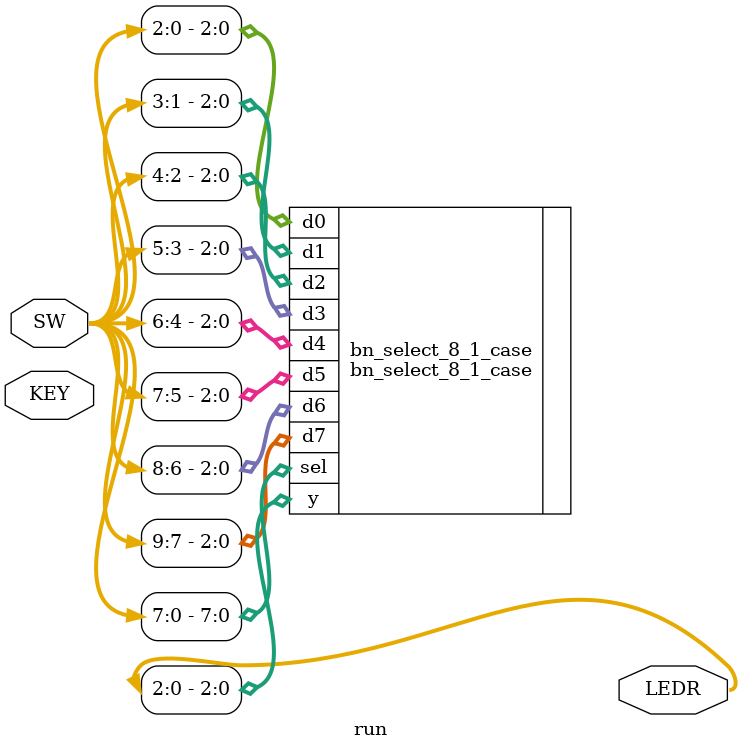
<source format=v>
module run
(
    input   [ 1:0]  KEY,
    input   [ 9:0]  SW,
    output  [ 9:0]  LEDR
);

	//z2

//    b2_mux_2_1_sel b2_mux_2_1_sel(.d0(SW[1:0]),.d1(SW[3:2]),.sel(KEY[0]),.y(LEDR[1:0]));
//    b2_mux_2_1_if b2_mux_2_1_if(.d0(SW[1:0]),.d1(SW[3:2]),.sel(KEY[0]),.y(LEDR[3:2]));
//	 	b2_mux_2_1_case b2_mux_2_1_case(.d0(SW[1:0]),.d1(SW[3:2]),.sel(KEY[0]),.y(LEDR[3:2]));
//    b2_mux_2_1_comb_correct1 b2_mux_2_1_comb_correct1(.d0(SW[1:0]),.d1(SW[3:2]),.sel(KEY[0]),.y(LEDR[5:4]));
//    b2_mux_2_1_comb_correct2 b2_mux_2_1_comb_correct2(.d0(SW[1:0]),.d1(SW[3:2]),.sel(KEY[0]),.y(LEDR[7:6]));
//    b2_mux_2_1_comb_incorrect b2_mux_2_1_comb_incorrect(.d0(SW[1:0]),.d1(SW[3:2]),.sel(KEY[0]),.y(LEDR[9:8]));
//    
	//z3
	
//		b2_mux_4_1_case b2_mux_4_1_case(.d0(SW[1:0]),.d1(SW[3:2]),.d2(SW[5:4]),.d3(SW[7:6]),.sel(KEY[1:0]),.y(LEDR[1:0]));
//    b2_mux_4_1_sel b2_mux_4_1_sel(.d0(SW[1:0]),.d1(SW[3:2]),.d2(SW[5:4]),.d3(SW[7:6]),.sel(KEY[1:0]),.y(LEDR[3:2]));
//    b2_mux_4_1_block b2_mux_4_1_block(.d0(SW[1:0]),.d1(SW[3:2]),.d2(SW[5:4]),.d3(SW[7:6]),.sel(KEY[1:0]),.y(LEDR[5:4]));
//    b2_mux_4_1_block_alt b2_mux_4_1_block_alt(.d0(SW[1:0]),.d1(SW[3:2]),.d2(SW[5:4]),.d3(SW[7:6]),.sel(KEY[1:0]),.y(LEDR[7:6]));


	//z4
	
//		b2_mux_3_1_case_latch b2_mux_3_1_case_latch(.d0(SW[1:0]),.d1(SW[3:2]),.d2(SW[5:4]),.sel(KEY[1:0]),.y(LEDR[1:0]));
//		b2_mux_3_1_case_correct b2_mux_3_1_case_correct(.d0(SW[1:0]),.d1(SW[3:2]),.d2(SW[5:4]),.sel(KEY[1:0]),.y(LEDR[3:2]));
//		b2_mux_3_1_casex_correct b2_mux_3_1_casex_correct(.d0(SW[1:0]),.d1(SW[3:2]),.d2(SW[5:4]),.sel(KEY[1:0]),.y(LEDR[5:4]));
//		b2_mux_3_1_if_latch b2_mux_3_1_if_latch(.d0(SW[1:0]),.d1(SW[3:2]),.d2(SW[5:4]),.sel(KEY[1:0]),.y(LEDR[1:0]));
//		b2_mux_3_1_if_correct b2_mux_3_1_if_correct(.d0(SW[1:0]),.d1(SW[3:2]),.d2(SW[5:4]),.sel(KEY[1:0]),.y(LEDR[1:0]));
//		b2_mux_3_1_ifx_correct b2_mux_3_1_ifx_correct(.d0(SW[1:0]),.d1(SW[3:2]),.d2(SW[5:4]),.sel(KEY[1:0]),.y(LEDR[1:0]));

	//z5
	
//		b1_func_8_1_case b1_func_8_1_case(.sel(SW[2:0]),.y(LEDR[0]));
		
	//z7
	
		bn_select_8_1_case #(3) bn_select_8_1_case (.d0(SW[2:0]), .d1(SW[3:1]), .d2(SW[4:2]), 
                                                .d3(SW[5:3]), .d4(SW[6:4]), .d5(SW[7:5]), 
                                                .d6(SW[8:6]), .d7(SW[9:7]), .sel(SW[7:0]), .y(LEDR[2:0]));
endmodule
</source>
